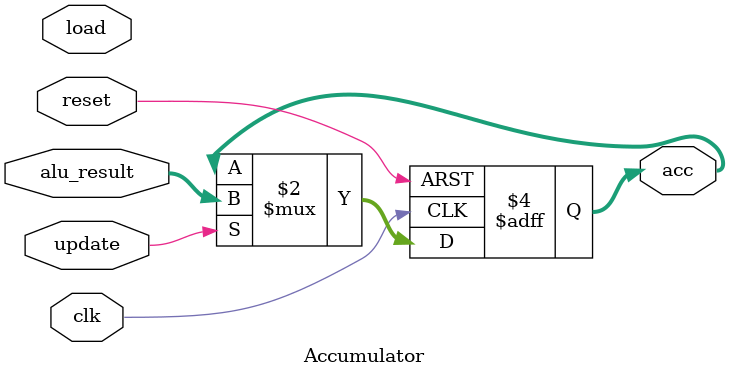
<source format=v>
`timescale 1ns / 1ps


module Accumulator(
    input clk,              // ????
    input reset,            // ????
    input load,             // ????
    input [7:0] alu_result, // ALU????
    input update,           // ????
    output reg [7:0] acc    // ???????
);

always @(posedge clk or posedge reset) begin
    if (reset) begin
        acc <= 8'b0; // ????????
    end
    else if (update) begin
        acc <= alu_result;
    end
end

endmodule


</source>
